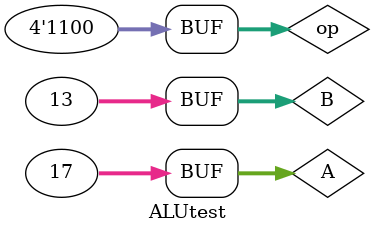
<source format=v>
`timescale 1ns / 1ps


module ALUtest;

	// Inputs
	reg [31:0] A;
	reg [31:0] B;
	reg [3:0] op;

	// Outputs
	wire [31:0] res;
	wire zeroFlag;

	// Instantiate the Unit Under Test (UUT)
	ALU_LM_19101664 uut (
		.A(A), 
		.B(B), 
		.op(op), 
		.res(res), 
		.zeroFlag(zeroFlag)
	);

	initial begin
		// Initialize Inputs
		A = 1;
		B = 1;
		op = 0;
		#100;
		
      A = 1;
		B = 0;
		op = 1;
		#100;
		
		A = 3;
		B = 2;
		op = 2;
		#100;
		
		A = 15;
		B = 10;
		op = 6;
		#100;
		
		A = 10;
		B = 5;
		op = 7;
		#100;
		
		A = 8;
		B = 12;
		op = 7;
		#100;
		
		A = 17;
		B = 13;
		op = 12;
		#100;

		// Add stimulus here

	end
      
endmodule


</source>
